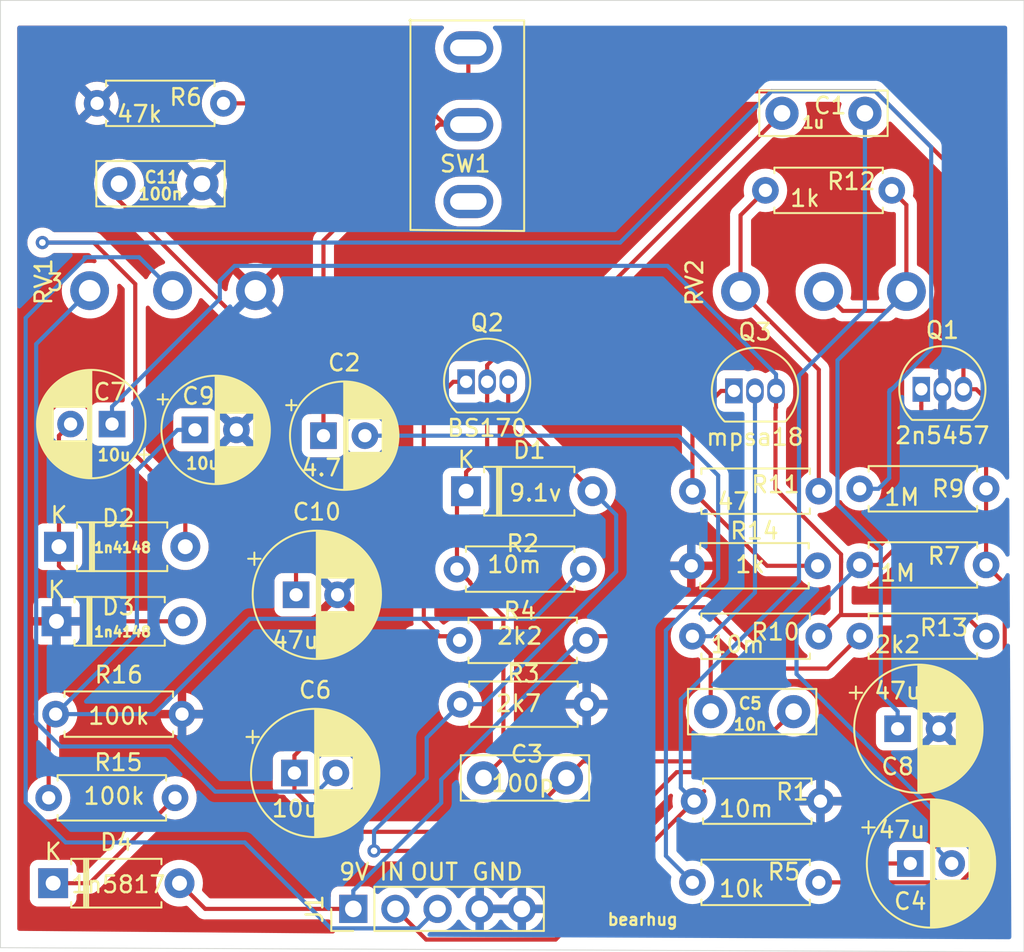
<source format=kicad_pcb>
(kicad_pcb (version 20221018) (generator pcbnew)
  (layers (0 "F.Cu" signal) (31 "B.Cu" signal) (34 "B.Paste" user) (35 "F.Paste" user) (36 "B.SilkS" user "B.Silkscreen") (37 "F.SilkS" user "F.Silkscreen") (38 "B.Mask" user) (39 "F.Mask" user) (44 "Edge.Cuts" user))
  (net 0 "")
  (net 1 "IN")
  (net 2 "Net-(C1-Pad1)")
  (net 3 "Net-(C2-Pad2)")
  (net 4 "Net-(C2-Pad1)")
  (net 5 "Net-(C3-Pad2)")
  (net 6 "Net-(C4-Pad2)")
  (net 7 "Net-(C4-Pad1)")
  (net 8 "Net-(C5-Pad2)")
  (net 9 "Net-(C6-Pad2)")
  (net 10 "Net-(C7-Pad2)")
  (net 11 "Net-(C7-Pad1)")
  (net 12 "GND")
  (net 13 "Net-(C8-Pad1)")
  (net 14 "VB")
  (net 15 "9v")
  (net 16 "Net-(D2-Pad2)")
  (net 17 "Net-(D4-Pad1)")
  (net 18 "OUT")
  (net 19 "Net-(Q1-Pad3)")
  (net 20 "Net-(Q3-Pad1)")
  (net 21 "Net-(R11-Pad2)")
  (net 22 "Net-(C10-Pad1)")
  (footprint "Capacitor_THT:C_Disc_D7.5mm_W2.5mm_P5.00mm" (layer "F.Cu") (at 156.35 47.45)
    (fp_text reference "C1" (at 2.908 -0.46) (layer "F.SilkS"))
    (fp_text value "1u" (at 1.892 0.556) (layer "F.SilkS") (effects (font (size 0.7 0.7))))
    (pad "1" thru_hole circle (at 0 0) (size 2 2) (drill 1) (layers "*.Cu" "*.Mask") (net 2 "Net-(C1-Pad1)"))
    (pad "2" thru_hole circle (at 5 0) (size 2 2) (drill 1) (layers "*.Cu" "*.Mask") (net 1 "IN"))
  )
  (footprint "Capacitor_THT:CP_Radial_D6.3mm_P2.50mm" (layer "F.Cu") (at 128.7 66.9)
    (fp_text reference "C2" (at 1.25 -4.4) (layer "F.SilkS"))
    (fp_text value "4.7u" (at 0.332 1.934) (layer "F.SilkS"))
    (pad "1" thru_hole rect (at 0 0) (size 1.6 1.6) (drill 0.8) (layers "*.Cu" "*.Mask") (net 4 "Net-(C2-Pad1)"))
    (pad "2" thru_hole circle (at 2.5 0) (size 1.6 1.6) (drill 0.8) (layers "*.Cu" "*.Mask") (net 3 "Net-(C2-Pad2)"))
  )
  (footprint "Capacitor_THT:C_Disc_D7.5mm_W2.5mm_P5.00mm" (layer "F.Cu") (at 138.35 87.55)
    (fp_text reference "C3" (at 2.62 -1.444) (layer "F.SilkS"))
    (fp_text value "100p" (at 2.366 0.334) (layer "F.SilkS"))
    (pad "1" thru_hole circle (at 0 0) (size 2 2) (drill 1) (layers "*.Cu" "*.Mask") (net 2 "Net-(C1-Pad1)"))
    (pad "2" thru_hole circle (at 5 0) (size 2 2) (drill 1) (layers "*.Cu" "*.Mask") (net 5 "Net-(C3-Pad2)"))
  )
  (footprint "Capacitor_THT:CP_Radial_D7.5mm_P2.50mm" (layer "F.Cu") (at 164.084 92.71)
    (fp_text reference "C4" (at 0 2.286) (layer "F.SilkS"))
    (fp_text value "47u" (at -0.508 -2.032) (layer "F.SilkS"))
    (pad "1" thru_hole rect (at 0 0) (size 1.6 1.6) (drill 0.8) (layers "*.Cu" "*.Mask") (net 7 "Net-(C4-Pad1)"))
    (pad "2" thru_hole circle (at 2.5 0) (size 1.6 1.6) (drill 0.8) (layers "*.Cu" "*.Mask") (net 6 "Net-(C4-Pad2)"))
  )
  (footprint "Capacitor_THT:CP_Radial_D7.5mm_P2.50mm" (layer "F.Cu") (at 126.95 87.25)
    (fp_text reference "C6" (at 1.25 -5) (layer "F.SilkS"))
    (fp_text value "10u" (at 0.05 2.158) (layer "F.SilkS"))
    (pad "1" thru_hole rect (at 0 0) (size 1.6 1.6) (drill 0.8) (layers "*.Cu" "*.Mask") (net 5 "Net-(C3-Pad2)"))
    (pad "2" thru_hole circle (at 2.5 0) (size 1.6 1.6) (drill 0.8) (layers "*.Cu" "*.Mask") (net 9 "Net-(C6-Pad2)"))
  )
  (footprint "Capacitor_THT:CP_Radial_D6.3mm_P2.50mm" (layer "F.Cu") (at 115.95 66.2 180)
    (fp_text reference "C7" (at 0.126 1.938) (layer "F.SilkS"))
    (fp_text value "10u" (at -0.128 -1.872) (layer "F.SilkS") (effects (font (size 0.7 0.7))))
    (pad "1" thru_hole rect (at 0 0 180) (size 1.6 1.6) (drill 0.8) (layers "*.Cu" "*.Mask") (net 11 "Net-(C7-Pad1)"))
    (pad "2" thru_hole circle (at 2.5 0 180) (size 1.6 1.6) (drill 0.8) (layers "*.Cu" "*.Mask") (net 10 "Net-(C7-Pad2)"))
  )
  (footprint "Capacitor_THT:CP_Radial_D7.5mm_P2.50mm" (layer "F.Cu") (at 163.322 84.582)
    (fp_text reference "C8" (at 0 2.286) (layer "F.SilkS"))
    (fp_text value "47u" (at 0 -2.286) (layer "F.SilkS"))
    (pad "1" thru_hole rect (at 0 0) (size 1.6 1.6) (drill 0.8) (layers "*.Cu" "*.Mask") (net 13 "Net-(C8-Pad1)"))
    (pad "2" thru_hole circle (at 2.5 0) (size 1.6 1.6) (drill 0.8) (layers "*.Cu" "*.Mask") (net 12 "GND"))
  )
  (footprint "Capacitor_THT:CP_Radial_D6.3mm_P2.50mm" (layer "F.Cu") (at 120.95 66.55)
    (fp_text reference "C9" (at 0.208 -2.034) (layer "F.SilkS"))
    (fp_text value "10u" (at 0.462 2.03) (layer "F.SilkS") (effects (font (size 0.7 0.7))))
    (pad "1" thru_hole rect (at 0 0) (size 1.6 1.6) (drill 0.8) (layers "*.Cu" "*.Mask") (net 14 "VB"))
    (pad "2" thru_hole circle (at 2.5 0) (size 1.6 1.6) (drill 0.8) (layers "*.Cu" "*.Mask") (net 12 "GND"))
  )
  (footprint "Capacitor_THT:CP_Radial_D7.5mm_P2.50mm" (layer "F.Cu") (at 127.05 76.5)
    (fp_text reference "C10" (at 1.25 -5) (layer "F.SilkS"))
    (fp_text value "47u" (at -0.05 2.748) (layer "F.SilkS"))
    (pad "1" thru_hole rect (at 0 0) (size 1.6 1.6) (drill 0.8) (layers "*.Cu" "*.Mask") (net 22 "Net-(C10-Pad1)"))
    (pad "2" thru_hole circle (at 2.5 0) (size 1.6 1.6) (drill 0.8) (layers "*.Cu" "*.Mask") (net 12 "GND"))
  )
  (footprint "Capacitor_THT:C_Disc_D7.5mm_W2.5mm_P5.00mm" (layer "F.Cu") (at 116.372 51.7)
    (fp_text reference "C11" (at 2.572 -0.392) (layer "F.SilkS") (effects (font (size 0.7 0.7))))
    (fp_text value "100n" (at 2.5 0.624) (layer "F.SilkS") (effects (font (size 0.7 0.7))))
    (pad "1" thru_hole circle (at 0 0) (size 2 2) (drill 1) (layers "*.Cu" "*.Mask") (net 22 "Net-(C10-Pad1)"))
    (pad "2" thru_hole circle (at 5 0) (size 2 2) (drill 1) (layers "*.Cu" "*.Mask") (net 12 "GND"))
  )
  (footprint "Diode_THT:D_A-405_P7.62mm_Horizontal" (layer "F.Cu") (at 137.3 70.25)
    (fp_text reference "D1" (at 3.81 -2.47) (layer "F.SilkS"))
    (fp_text value "9.1v" (at 4.178 0.108) (layer "F.SilkS"))
    (fp_text user "K" (at 0 -1.9) (layer "F.SilkS"))
    (pad "1" thru_hole rect (at 0 0) (size 1.8 1.8) (drill 0.9) (layers "*.Cu" "*.Mask") (net 2 "Net-(C1-Pad1)"))
    (pad "2" thru_hole oval (at 7.62 0) (size 1.8 1.8) (drill 0.9) (layers "*.Cu" "*.Mask") (net 7 "Net-(C4-Pad1)"))
  )
  (footprint "Diode_THT:D_A-405_P7.62mm_Horizontal" (layer "F.Cu") (at 112.75 73.6)
    (fp_text reference "D2" (at 3.582 -1.718) (layer "F.SilkS"))
    (fp_text value "1n4148" (at 3.836 0.06) (layer "F.SilkS") (effects (font (size 0.6 0.6))))
    (fp_text user "K" (at 0 -1.9) (layer "F.SilkS"))
    (pad "1" thru_hole rect (at 0 0) (size 1.8 1.8) (drill 0.9) (layers "*.Cu" "*.Mask") (net 10 "Net-(C7-Pad2)"))
    (pad "2" thru_hole oval (at 7.62 0) (size 1.8 1.8) (drill 0.9) (layers "*.Cu" "*.Mask") (net 16 "Net-(D2-Pad2)"))
  )
  (footprint "Diode_THT:D_A-405_P7.62mm_Horizontal" (layer "F.Cu") (at 112.6 78.1)
    (fp_text reference "D3" (at 3.732 -0.884) (layer "F.SilkS"))
    (fp_text value "1n4148" (at 3.986 0.64) (layer "F.SilkS") (effects (font (size 0.6 0.6))))
    (fp_text user "K" (at 0 -1.9) (layer "F.SilkS"))
    (pad "1" thru_hole rect (at 0 0) (size 1.8 1.8) (drill 0.9) (layers "*.Cu" "*.Mask") (net 12 "GND"))
    (pad "2" thru_hole oval (at 7.62 0) (size 1.8 1.8) (drill 0.9) (layers "*.Cu" "*.Mask") (net 10 "Net-(C7-Pad2)"))
  )
  (footprint "Diode_THT:D_A-405_P7.62mm_Horizontal" (layer "F.Cu") (at 112.4 93.9)
    (fp_text reference "D4" (at 3.81 -2.47) (layer "F.SilkS"))
    (fp_text value "1n5817" (at 3.932 0.08) (layer "F.SilkS"))
    (fp_text user "K" (at 0 -1.9) (layer "F.SilkS"))
    (pad "1" thru_hole rect (at 0 0) (size 1.8 1.8) (drill 0.9) (layers "*.Cu" "*.Mask") (net 17 "Net-(D4-Pad1)"))
    (pad "2" thru_hole oval (at 7.62 0) (size 1.8 1.8) (drill 0.9) (layers "*.Cu" "*.Mask") (net 15 "9v"))
  )
  (footprint "Connector_PinHeader_2.54mm:PinHeader_1x05_P2.54mm_Vertical" (layer "F.Cu") (at 130.5 95.45 90)
    (fp_text reference "J1" (at 0 -2.33 90) (layer "F.SilkS"))
    (fp_text value "Conn_01x05" hide)
    (pad "1" thru_hole rect (at 0 0 90) (size 1.7 1.7) (drill 1) (layers "*.Cu" "*.Mask") (net 15 "9v"))
    (pad "2" thru_hole oval (at 0 2.54 90) (size 1.7 1.7) (drill 1) (layers "*.Cu" "*.Mask") (net 1 "IN"))
    (pad "3" thru_hole oval (at 0 5.08 90) (size 1.7 1.7) (drill 1) (layers "*.Cu" "*.Mask") (net 18 "OUT"))
    (pad "4" thru_hole oval (at 0 7.62 90) (size 1.7 1.7) (drill 1) (layers "*.Cu" "*.Mask") (net 12 "GND"))
    (pad "5" thru_hole oval (at 0 10.16 90) (size 1.7 1.7) (drill 1) (layers "*.Cu" "*.Mask") (net 12 "GND"))
  )
  (footprint "Package_TO_SOT_THT:TO-92_Inline" (layer "F.Cu") (at 164.75 64.1)
    (fp_text reference "Q1" (at 1.27 -3.56) (layer "F.SilkS"))
    (fp_text value "2n5457" (at 1.27 2.79) (layer "F.SilkS"))
    (pad "1" thru_hole rect (at 0 0) (size 1.05 1.5) (drill 0.75) (layers "*.Cu" "*.Mask") (net 6 "Net-(C4-Pad2)"))
    (pad "2" thru_hole oval (at 1.27 0) (size 1.05 1.5) (drill 0.75) (layers "*.Cu" "*.Mask") (net 12 "GND"))
    (pad "3" thru_hole oval (at 2.54 0) (size 1.05 1.5) (drill 0.75) (layers "*.Cu" "*.Mask") (net 19 "Net-(Q1-Pad3)"))
  )
  (footprint "Package_TO_SOT_THT:TO-92_Inline" (layer "F.Cu") (at 137.3 63.65)
    (fp_text reference "Q2" (at 1.27 -3.56) (layer "F.SilkS"))
    (fp_text value "BS170" (at 1.27 2.79) (layer "F.SilkS"))
    (pad "1" thru_hole rect (at 0 0) (size 1.05 1.5) (drill 0.75) (layers "*.Cu" "*.Mask") (net 5 "Net-(C3-Pad2)"))
    (pad "2" thru_hole oval (at 1.27 0) (size 1.05 1.5) (drill 0.75) (layers "*.Cu" "*.Mask") (net 2 "Net-(C1-Pad1)"))
    (pad "3" thru_hole oval (at 2.54 0) (size 1.05 1.5) (drill 0.75) (layers "*.Cu" "*.Mask") (net 7 "Net-(C4-Pad1)"))
  )
  (footprint "Package_TO_SOT_THT:TO-92_Inline" (layer "F.Cu") (at 153.45 64.2)
    (fp_text reference "Q3" (at 1.27 -3.56) (layer "F.SilkS"))
    (fp_text value "mpsa18" (at 1.27 2.79) (layer "F.SilkS"))
    (pad "1" thru_hole rect (at 0 0) (size 1.05 1.5) (drill 0.75) (layers "*.Cu" "*.Mask") (net 20 "Net-(Q3-Pad1)"))
    (pad "2" thru_hole oval (at 1.27 0) (size 1.05 1.5) (drill 0.75) (layers "*.Cu" "*.Mask") (net 8 "Net-(C5-Pad2)"))
    (pad "3" thru_hole oval (at 2.54 0) (size 1.05 1.5) (drill 0.75) (layers "*.Cu" "*.Mask") (net 11 "Net-(C7-Pad1)"))
  )
  (footprint "Resistor_THT:R_Axial_DIN0207_L6.3mm_D2.5mm_P7.62mm_Horizontal" (layer "F.Cu") (at 136.75 74.95)
    (fp_text reference "R2" (at 3.966 -1.544) (layer "F.SilkS"))
    (fp_text value "10m" (at 3.458 -0.274) (layer "F.SilkS"))
    (pad "1" thru_hole circle (at 0 0) (size 1.6 1.6) (drill 0.8) (layers "*.Cu" "*.Mask") (net 2 "Net-(C1-Pad1)"))
    (pad "2" thru_hole oval (at 7.62 0) (size 1.6 1.6) (drill 0.8) (layers "*.Cu" "*.Mask") (net 14 "VB"))
  )
  (footprint "Resistor_THT:R_Axial_DIN0207_L6.3mm_D2.5mm_P7.62mm_Horizontal" (layer "F.Cu") (at 136.95 83.1)
    (fp_text reference "R3" (at 3.81 -1.82) (layer "F.SilkS"))
    (fp_text value "2k7" (at 3.512 -0.042) (layer "F.SilkS"))
    (pad "1" thru_hole circle (at 0 0) (size 1.6 1.6) (drill 0.8) (layers "*.Cu" "*.Mask") (net 7 "Net-(C4-Pad1)"))
    (pad "2" thru_hole oval (at 7.62 0) (size 1.6 1.6) (drill 0.8) (layers "*.Cu" "*.Mask") (net 12 "GND"))
  )
  (footprint "Resistor_THT:R_Axial_DIN0207_L6.3mm_D2.5mm_P7.62mm_Horizontal" (layer "F.Cu") (at 144.526 79.248 180)
    (fp_text reference "R4" (at 3.988 1.784) (layer "F.SilkS"))
    (fp_text value "2k2" (at 3.988 0.26) (layer "F.SilkS"))
    (pad "1" thru_hole circle (at 0 0 180) (size 1.6 1.6) (drill 0.8) (layers "*.Cu" "*.Mask") (net 15 "9v"))
    (pad "2" thru_hole oval (at 7.62 0 180) (size 1.6 1.6) (drill 0.8) (layers "*.Cu" "*.Mask") (net 5 "Net-(C3-Pad2)"))
  )
  (footprint "Resistor_THT:R_Axial_DIN0207_L6.3mm_D2.5mm_P7.62mm_Horizontal" (layer "F.Cu") (at 150.95 93.85)
    (fp_text reference "R5" (at 5.514 -0.632) (layer "F.SilkS"))
    (fp_text value "10k" (at 2.974 0.384) (layer "F.SilkS"))
    (pad "1" thru_hole circle (at 0 0) (size 1.6 1.6) (drill 0.8) (layers "*.Cu" "*.Mask") (net 3 "Net-(C2-Pad2)"))
    (pad "2" thru_hole oval (at 7.62 0) (size 1.6 1.6) (drill 0.8) (layers "*.Cu" "*.Mask") (net 19 "Net-(Q1-Pad3)"))
  )
  (footprint "Resistor_THT:R_Axial_DIN0207_L6.3mm_D2.5mm_P7.62mm_Horizontal" (layer "F.Cu") (at 115.05 46.85)
    (fp_text reference "R6" (at 5.346 -0.368) (layer "F.SilkS"))
    (fp_text value "47k" (at 2.552 0.648) (layer "F.SilkS"))
    (pad "1" thru_hole circle (at 0 0) (size 1.6 1.6) (drill 0.8) (layers "*.Cu" "*.Mask") (net 12 "GND"))
    (pad "2" thru_hole oval (at 7.62 0) (size 1.6 1.6) (drill 0.8) (layers "*.Cu" "*.Mask") (net 4 "Net-(C2-Pad1)"))
  )
  (footprint "Resistor_THT:R_Axial_DIN0207_L6.3mm_D2.5mm_P7.62mm_Horizontal" (layer "F.Cu") (at 161.036 74.7)
    (fp_text reference "R7" (at 5.08 -0.532) (layer "F.SilkS"))
    (fp_text value "1M" (at 2.286 0.484) (layer "F.SilkS"))
    (pad "1" thru_hole circle (at 0 0) (size 1.6 1.6) (drill 0.8) (layers "*.Cu" "*.Mask") (net 6 "Net-(C4-Pad2)"))
    (pad "2" thru_hole oval (at 7.62 0) (size 1.6 1.6) (drill 0.8) (layers "*.Cu" "*.Mask") (net 19 "Net-(Q1-Pad3)"))
  )
  (footprint "Resistor_THT:R_Axial_DIN0207_L6.3mm_D2.5mm_P7.62mm_Horizontal" (layer "F.Cu") (at 168.656 70.104 180)
    (fp_text reference "R9" (at 2.286 0) (layer "F.SilkS"))
    (fp_text value "1M" (at 5.08 -0.508) (layer "F.SilkS"))
    (pad "1" thru_hole circle (at 0 0 180) (size 1.6 1.6) (drill 0.8) (layers "*.Cu" "*.Mask") (net 19 "Net-(Q1-Pad3)"))
    (pad "2" thru_hole oval (at 7.62 0 180) (size 1.6 1.6) (drill 0.8) (layers "*.Cu" "*.Mask") (net 16 "Net-(D2-Pad2)"))
  )
  (footprint "Resistor_THT:R_Axial_DIN0207_L6.3mm_D2.5mm_P7.62mm_Horizontal" (layer "F.Cu") (at 150.95 79)
    (fp_text reference "R10" (at 5.006 -0.26) (layer "F.SilkS"))
    (fp_text value "10m" (at 2.72 0.502) (layer "F.SilkS"))
    (pad "1" thru_hole circle (at 0 0) (size 1.6 1.6) (drill 0.8) (layers "*.Cu" "*.Mask") (net 8 "Net-(C5-Pad2)"))
    (pad "2" thru_hole oval (at 7.62 0) (size 1.6 1.6) (drill 0.8) (layers "*.Cu" "*.Mask") (net 11 "Net-(C7-Pad1)"))
  )
  (footprint "Resistor_THT:R_Axial_DIN0207_L6.3mm_D2.5mm_P7.62mm_Horizontal" (layer "F.Cu") (at 150.95 70.25)
    (fp_text reference "R11" (at 5.006 -0.4) (layer "F.SilkS"))
    (fp_text value "47" (at 2.466 0.616) (layer "F.SilkS"))
    (pad "1" thru_hole circle (at 0 0) (size 1.6 1.6) (drill 0.8) (layers "*.Cu" "*.Mask") (net 20 "Net-(Q3-Pad1)"))
    (pad "2" thru_hole oval (at 7.62 0) (size 1.6 1.6) (drill 0.8) (layers "*.Cu" "*.Mask") (net 21 "Net-(R11-Pad2)"))
  )
  (footprint "Resistor_THT:R_Axial_DIN0207_L6.3mm_D2.5mm_P7.62mm_Horizontal" (layer "F.Cu") (at 155.35 52.1)
    (fp_text reference "R12" (at 5.178 -0.538) (layer "F.SilkS"))
    (fp_text value "1k" (at 2.384 0.478) (layer "F.SilkS"))
    (pad "1" thru_hole circle (at 0 0) (size 1.6 1.6) (drill 0.8) (layers "*.Cu" "*.Mask") (net 21 "Net-(R11-Pad2)"))
    (pad "2" thru_hole oval (at 7.62 0) (size 1.6 1.6) (drill 0.8) (layers "*.Cu" "*.Mask") (net 13 "Net-(C8-Pad1)"))
  )
  (footprint "Resistor_THT:R_Axial_DIN0207_L6.3mm_D2.5mm_P7.62mm_Horizontal" (layer "F.Cu") (at 161.036 78.994)
    (fp_text reference "R13" (at 5.08 -0.508) (layer "F.SilkS"))
    (fp_text value "2k2" (at 2.286 0.508) (layer "F.SilkS"))
    (pad "1" thru_hole circle (at 0 0) (size 1.6 1.6) (drill 0.8) (layers "*.Cu" "*.Mask") (net 15 "9v"))
    (pad "2" thru_hole oval (at 7.62 0) (size 1.6 1.6) (drill 0.8) (layers "*.Cu" "*.Mask") (net 11 "Net-(C7-Pad1)"))
  )
  (footprint "Resistor_THT:R_Axial_DIN0207_L6.3mm_D2.5mm_P7.62mm_Horizontal" (layer "F.Cu") (at 119.75 88.75 180)
    (fp_text reference "R15" (at 3.418 2.136) (layer "F.SilkS"))
    (fp_text value "100k" (at 3.672 0.104) (layer "F.SilkS"))
    (pad "1" thru_hole circle (at 0 0 180) (size 1.6 1.6) (drill 0.8) (layers "*.Cu" "*.Mask") (net 17 "Net-(D4-Pad1)"))
    (pad "2" thru_hole oval (at 7.62 0 180) (size 1.6 1.6) (drill 0.8) (layers "*.Cu" "*.Mask") (net 14 "VB"))
  )
  (footprint "Resistor_THT:R_Axial_DIN0207_L6.3mm_D2.5mm_P7.62mm_Horizontal" (layer "F.Cu") (at 112.55 83.7)
    (fp_text reference "R16" (at 3.81 -2.37) (layer "F.SilkS"))
    (fp_text value "100k" (at 3.81 0.12) (layer "F.SilkS"))
    (pad "1" thru_hole circle (at 0 0) (size 1.6 1.6) (drill 0.8) (layers "*.Cu" "*.Mask") (net 14 "VB"))
    (pad "2" thru_hole oval (at 7.62 0) (size 1.6 1.6) (drill 0.8) (layers "*.Cu" "*.Mask") (net 12 "GND"))
  )
  (footprint "pedals:Pot_Underside" (layer "F.Cu") (at 124.6 58.15 90)
    (fp_text reference "RV1" (at 0.538 -12.774 90) (layer "F.SilkS"))
    (fp_text value "10ka")
    (pad "1" thru_hole circle (at 0 0 90) (size 2.34 2.34) (drill 1.3) (layers "*.Cu" "*.Mask") (net 12 "GND"))
    (pad "2" thru_hole circle (at 0 -5 90) (size 2.34 2.34) (drill 1.3) (layers "*.Cu" "*.Mask") (net 18 "OUT"))
    (pad "3" thru_hole circle (at 0 -10 90) (size 2.34 2.34) (drill 1.3) (layers "*.Cu" "*.Mask") (net 9 "Net-(C6-Pad2)"))
  )
  (footprint "pedals:Pot_Underside" (layer "F.Cu") (at 163.85 58.2 90)
    (fp_text reference "RV2" (at 0.538 -12.774 90) (layer "F.SilkS"))
    (fp_text value "1kb")
    (pad "1" thru_hole circle (at 0 0 90) (size 2.34 2.34) (drill 1.3) (layers "*.Cu" "*.Mask") (net 13 "Net-(C8-Pad1)"))
    (pad "2" thru_hole circle (at 0 -5 90) (size 2.34 2.34) (drill 1.3) (layers "*.Cu" "*.Mask") (net 13 "Net-(C8-Pad1)"))
    (pad "3" thru_hole circle (at 0 -10 90) (size 2.34 2.34) (drill 1.3) (layers "*.Cu" "*.Mask") (net 21 "Net-(R11-Pad2)"))
  )
  (footprint "pedal_project:SWITCH-M1-SPDT" (layer "F.Cu") (at 137.5 54.55)
    (fp_text reference "SW1" (at -0.25 -4.05) (layer "F.SilkS"))
    (fp_text value "SW_SPST" hide)
    (pad "1" thru_hole oval (at -0.0635 -11.049) (size 3 2) (drill oval 2.2 1) (layers "*.Cu" "*.Mask") (net 19 "Net-(Q1-Pad3)"))
    (pad "2" thru_hole oval (at -0.0635 -6.4135) (size 3 2) (drill oval 2.2 1) (layers "*.Cu" "*.Mask") (net 4 "Net-(C2-Pad1)"))
    (pad "3" thru_hole oval (at -0.0635 -1.778) (size 3 2) (drill oval 2.2 1) (layers "*.Cu" "*.Mask"))
  )
  (footprint "Resistor_THT:R_Axial_DIN0207_L6.3mm_D2.5mm_P7.62mm_Horizontal" (layer "F.Cu") (at 151.05 88.95)
    (fp_text reference "R1" (at 5.922 -0.558) (layer "F.SilkS"))
    (fp_text value "10m" (at 3.128 0.458) (layer "F.SilkS"))
    (pad "1" thru_hole circle (at 0 0) (size 1.6 1.6) (drill 0.8) (layers "*.Cu" "*.Mask") (net 1 "IN"))
    (pad "2" thru_hole oval (at 7.62 0) (size 1.6 1.6) (drill 0.8) (layers "*.Cu" "*.Mask") (net 12 "GND"))
  )
  (footprint "Resistor_THT:R_Axial_DIN0207_L6.3mm_D2.5mm_P7.62mm_Horizontal" (layer "F.Cu") (at 158.5 74.75 180)
    (fp_text reference "R14" (at 3.814 2.106) (layer "F.SilkS"))
    (fp_text value "1k" (at 4.068 0.074) (layer "F.SilkS"))
    (pad "1" thru_hole circle (at 0 0 180) (size 1.6 1.6) (drill 0.8) (layers "*.Cu" "*.Mask") (net 20 "Net-(Q3-Pad1)"))
    (pad "2" thru_hole oval (at 7.62 0 180) (size 1.6 1.6) (drill 0.8) (layers "*.Cu" "*.Mask") (net 12 "GND"))
  )
  (footprint "Capacitor_THT:C_Disc_D7.5mm_W2.5mm_P5.00mm" (layer "F.Cu") (at 157.05 83.55 180)
    (fp_text reference "C5" (at 2.618 0.492) (layer "F.SilkS") (effects (font (size 0.7 0.7))))
    (fp_text value "10n" (at 2.618 -0.778) (layer "F.SilkS") (effects (font (size 0.7 0.7))))
    (pad "1" thru_hole circle (at 0 0 180) (size 2 2) (drill 1) (layers "*.Cu" "*.Mask") (net 5 "Net-(C3-Pad2)"))
    (pad "2" thru_hole circle (at 5 0 180) (size 2 2) (drill 1) (layers "*.Cu" "*.Mask") (net 8 "Net-(C5-Pad2)"))
  )
  (gr_line (start 170.942 40.64) (end 170.942 98.044) (stroke (width 0.05)) (layer "Edge.Cuts"))
  (gr_line (start 109.22 40.64) (end 170.942 40.64) (stroke (width 0.05)) (layer "Edge.Cuts"))
  (gr_line (start 109.22 97.79) (end 109.22 40.64) (stroke (width 0.05)) (layer "Edge.Cuts"))
  (gr_line (start 170.942 98.044) (end 109.22 97.79) (stroke (width 0.05)) (layer "Edge.Cuts"))
  (gr_text "OUT" (at 135.382 93.218) (layer "F.SilkS") (effects (font (size 1 1))))
  (gr_text "bearhug\n" (at 145.75 96.5) (layer "F.SilkS") (effects (font (size 0.7 0.7)) (justify left bottom)))
  (gr_text "9V" (at 130.556 93.218) (layer "F.SilkS") (effects (font (size 1 1))))
  (gr_text "GND" (at 139.192 93.218) (layer "F.SilkS") (effects (font (size 1 1))))
  (gr_text "3" (at 112.522 57.658) (layer "F.SilkS") (effects (font (size 1 1))))
  (gr_text "IN" (at 132.842 93.218) (layer "F.SilkS") (effects (font (size 1 1))))
  (segment (start 134.89 97.3) (end 142.7 97.3) (width 0.25) (layer "F.Cu") (net 1))
  (segment (start 142.7 97.3) (end 151.65 88.35) (width 0.25) (layer "F.Cu") (net 1))
  (segment (start 151.65 88.35) (end 151.05 88.95) (width 0.25) (layer "F.Cu") (net 1))
  (segment (start 133.04 95.45) (end 134.89 97.3) (width 0.25) (layer "F.Cu") (net 1))
  (segment (start 157.374999 63.275001) (end 161.35 59.3) (width 0.25) (layer "B.Cu") (net 1))
  (segment (start 157.374999 75.675001) (end 157.374999 63.275001) (width 0.25) (layer "B.Cu") (net 1))
  (segment (start 151.05 88.95) (end 150.250001 88.150001) (width 0.25) (layer "B.Cu") (net 1))
  (segment (start 161.35 59.3) (end 161.35 47.45) (width 0.25) (layer "B.Cu") (net 1))
  (segment (start 150.250001 82.799999) (end 157.374999 75.675001) (width 0.25) (layer "B.Cu") (net 1))
  (segment (start 150.250001 88.150001) (end 150.250001 82.799999) (width 0.25) (layer "B.Cu") (net 1))
  (segment (start 145.75 58.05) (end 156.35 47.45) (width 0.25) (layer "F.Cu") (net 2))
  (segment (start 138.57 63.65) (end 138.57 62.65) (width 0.25) (layer "F.Cu") (net 2))
  (segment (start 136.75 70.8) (end 137.3 70.25) (width 0.25) (layer "F.Cu") (net 2))
  (segment (start 139.55 77.8) (end 139.55 86.35) (width 0.25) (layer "F.Cu") (net 2))
  (segment (start 138.57 64.65) (end 138.57 63.65) (width 0.25) (layer "F.Cu") (net 2))
  (segment (start 143.17 58.05) (end 145.75 58.05) (width 0.25) (layer "F.Cu") (net 2))
  (segment (start 137.549999 75.749999) (end 136.75 74.95) (width 0.25) (layer "F.Cu") (net 2))
  (segment (start 138.57 62.65) (end 143.17 58.05) (width 0.25) (layer "F.Cu") (net 2))
  (segment (start 139.55 86.35) (end 138.35 87.55) (width 0.25) (layer "F.Cu") (net 2))
  (segment (start 137.3 69.1) (end 138.57 67.83) (width 0.25) (layer "F.Cu") (net 2))
  (segment (start 138.57 67.83) (end 138.57 64.65) (width 0.25) (layer "F.Cu") (net 2))
  (segment (start 137.549999 75.749999) (end 137.549999 75.799999) (width 0.25) (layer "F.Cu") (net 2))
  (segment (start 137.549999 75.799999) (end 139.55 77.8) (width 0.25) (layer "F.Cu") (net 2))
  (segment (start 137.3 70.25) (end 137.3 69.1) (width 0.25) (layer "F.Cu") (net 2))
  (segment (start 136.75 74.95) (end 136.75 70.8) (width 0.25) (layer "F.Cu") (net 2))
  (segment (start 152.5 69.3) (end 150.1 66.9) (width 0.25) (layer "B.Cu") (net 3))
  (segment (start 150.1 66.9) (end 131.2 66.9) (width 0.25) (layer "B.Cu") (net 3))
  (segment (start 150.95 93.85) (end 149.35 92.25) (width 0.25) (layer "B.Cu") (net 3))
  (segment (start 149.35 92.25) (end 149.35 78.65) (width 0.25) (layer "B.Cu") (net 3))
  (segment (start 152.5 75.5) (end 152.5 69.3) (width 0.25) (layer "B.Cu") (net 3))
  (segment (start 149.35 78.65) (end 152.5 75.5) (width 0.25) (layer "B.Cu") (net 3))
  (segment (start 134.727 46.85) (end 136.0135 48.1365) (width 0.25) (layer "F.Cu") (net 4))
  (segment (start 128.7 55.123) (end 135.6865 48.1365) (width 0.25) (layer "F.Cu") (net 4))
  (segment (start 135.6865 48.1365) (end 136.0135 48.1365) (width 0.25) (layer "F.Cu") (net 4))
  (segment (start 122.67 46.85) (end 134.727 46.85) (width 0.25) (layer "F.Cu") (net 4))
  (segment (start 137 47.45) (end 137 48.55) (width 0.25) (layer "F.Cu") (net 4))
  (segment (start 136.0135 48.1365) (end 137.4365 48.1365) (width 0.25) (layer "F.Cu") (net 4))
  (segment (start 128.7 66.9) (end 128.7 55.123) (width 0.25) (layer "F.Cu") (net 4))
  (segment (start 135.69863 79) (end 134.75 78.05137) (width 0.25) (layer "F.Cu") (net 5))
  (segment (start 129.45 90.8) (end 140.1 90.8) (width 0.25) (layer "F.Cu") (net 5))
  (segment (start 126.95 86.2) (end 126.95 87.25) (width 0.25) (layer "F.Cu") (net 5))
  (segment (start 144.349999 86.550001) (end 153.949999 86.550001) (width 0.25) (layer "F.Cu") (net 5))
  (segment (start 143.35 87.55) (end 144.349999 86.550001) (width 0.25) (layer "F.Cu") (net 5))
  (segment (start 134.75 65.425) (end 136.525 63.65) (width 0.25) (layer "F.Cu") (net 5))
  (segment (start 140.1 90.8) (end 143.35 87.55) (width 0.25) (layer "F.Cu") (net 5))
  (segment (start 134.15 79) (end 126.95 86.2) (width 0.25) (layer "F.Cu") (net 5))
  (segment (start 126.95 88.3) (end 126.95 87.25) (width 0.25) (layer "F.Cu") (net 5))
  (segment (start 155 85.5) (end 157.05 83.55) (width 0.25) (layer "F.Cu") (net 5))
  (segment (start 136.83 79) (end 135.69863 79) (width 0.25) (layer "F.Cu") (net 5))
  (segment (start 153.949999 86.550001) (end 155 85.5) (width 0.25) (layer "F.Cu") (net 5))
  (segment (start 136.525 63.65) (end 137.3 63.65) (width 0.25) (layer "F.Cu") (net 5))
  (segment (start 134.75 78.05137) (end 134.75 65.425) (width 0.25) (layer "F.Cu") (net 5))
  (segment (start 136.83 79) (end 134.15 79) (width 0.25) (layer "F.Cu") (net 5))
  (segment (start 154.45 86.15) (end 155 85.5) (width 0.25) (layer "F.Cu") (net 5))
  (segment (start 126.95 88.3) (end 129.45 90.8) (width 0.25) (layer "F.Cu") (net 5))
  (segment (start 161.036 74.7) (end 162.16737 74.7) (width 0.25) (layer "F.Cu") (net 6))
  (segment (start 164.75 65.1) (end 164.75 64.1) (width 0.25) (layer "F.Cu") (net 6))
  (segment (start 164.75 72.11737) (end 164.75 65.1) (width 0.25) (layer "F.Cu") (net 6))
  (segment (start 162.16737 74.7) (end 164.75 72.11737) (width 0.25) (layer "F.Cu") (net 6))
  (segment (start 165.784001 89.838001) (end 157.226 81.28) (width 0.25) (layer "B.Cu") (net 6))
  (segment (start 166.584 92.71) (end 165.784001 91.910001) (width 0.25) (layer "B.Cu") (net 6))
  (segment (start 157.226 81.28) (end 157.226 78.51) (width 0.25) (layer "B.Cu") (net 6))
  (segment (start 157.226 78.51) (end 161.036 74.7) (width 0.25) (layer "B.Cu") (net 6))
  (segment (start 165.784001 91.910001) (end 165.784001 89.838001) (width 0.25) (layer "B.Cu") (net 6))
  (segment (start 154.256 87.2) (end 150 87.2) (width 0.25) (layer "F.Cu") (net 7))
  (segment (start 154.256 87.2) (end 154.51 87.2) (width 0.25) (layer "F.Cu") (net 7))
  (segment (start 145.25 91.95) (end 131.75 91.95) (width 0.25) (layer "F.Cu") (net 7))
  (segment (start 150 87.2) (end 145.25 91.95) (width 0.25) (layer "F.Cu") (net 7))
  (segment (start 154.6 87.2) (end 154.256 87.2) (width 0.25) (layer "F.Cu") (net 7))
  (segment (start 160.02 92.71) (end 164.084 92.71) (width 0.25) (layer "F.Cu") (net 7))
  (segment (start 154.51 87.2) (end 160.02 92.71) (width 0.25) (layer "F.Cu") (net 7))
  (segment (start 144.92 70.25) (end 139.84 65.17) (width 0.25) (layer "F.Cu") (net 7))
  (segment (start 139.84 65.17) (end 139.84 63.65) (width 0.25) (layer "F.Cu") (net 7))
  (via (at 131.75 91.95) (size 0.8) (drill 0.4) (layers "F.Cu" "B.Cu") (net 7))
  (segment (start 134.925 85.125) (end 136.95 83.1) (width 0.25) (layer "B.Cu") (net 7))
  (segment (start 134.925 87.575) (end 134.925 85.125) (width 0.25) (layer "B.Cu") (net 7))
  (segment (start 146.35 71.68) (end 144.92 70.25) (width 0.25) (layer "B.Cu") (net 7))
  (segment (start 131.75 90.75) (end 134.925 87.575) (width 0.25) (layer "B.Cu") (net 7))
  (segment (start 138.35 83.1) (end 146.35 75.1) (width 0.25) (layer "B.Cu") (net 7))
  (segment (start 131.75 91.95) (end 131.75 90.75) (width 0.25) (layer "B.Cu") (net 7))
  (segment (start 144.92 70.25) (end 145.819999 71.149999) (width 0.25) (layer "B.Cu") (net 7))
  (segment (start 146.35 75.1) (end 146.35 71.68) (width 0.25) (layer "B.Cu") (net 7))
  (segment (start 136.95 83.1) (end 138.35 83.1) (width 0.25) (layer "B.Cu") (net 7))
  (segment (start 152.05 80.1) (end 150.95 79) (width 0.25) (layer "F.Cu") (net 8))
  (segment (start 152.05 83.55) (end 152.05 80.1) (width 0.25) (layer "F.Cu") (net 8))
  (segment (start 154.72 76.36137) (end 154.72 65.2) (width 0.25) (layer "B.Cu") (net 8))
  (segment (start 150.95 79) (end 152.08137 79) (width 0.25) (layer "B.Cu") (net 8))
  (segment (start 154.72 65.2) (end 154.72 64.2) (width 0.25) (layer "B.Cu") (net 8))
  (segment (start 152.08137 79) (end 154.72 76.36137) (width 0.25) (layer "B.Cu") (net 8))
  (segment (start 119.45 85.65) (end 112.834998 85.65) (width 0.25) (layer "B.Cu") (net 9))
  (segment (start 128.324999 88.375001) (end 122.175001 88.375001) (width 0.25) (layer "B.Cu") (net 9))
  (segment (start 111.374999 61.375001) (end 113.430001 59.319999) (width 0.25) (layer "B.Cu") (net 9))
  (segment (start 129.45 87.25) (end 128.324999 88.375001) (width 0.25) (layer "B.Cu") (net 9))
  (segment (start 112.834998 85.65) (end 111.374999 84.190001) (width 0.25) (layer "B.Cu") (net 9))
  (segment (start 111.374999 84.190001) (end 111.374999 61.375001) (width 0.25) (layer "B.Cu") (net 9))
  (segment (start 122.175001 88.375001) (end 119.45 85.65) (width 0.25) (layer "B.Cu") (net 9))
  (segment (start 113.430001 59.319999) (end 114.6 58.15) (width 0.25) (layer "B.Cu") (net 9))
  (segment (start 116.1 78.1) (end 112.75 74.75) (width 0.25) (layer "F.Cu") (net 10))
  (segment (start 112.75 73.6) (end 112.75 66.9) (width 0.25) (layer "F.Cu") (net 10))
  (segment (start 112.75 66.9) (end 113.45 66.2) (width 0.25) (layer "F.Cu") (net 10))
  (segment (start 120.22 78.1) (end 116.1 78.1) (width 0.25) (layer "F.Cu") (net 10))
  (segment (start 112.75 74.75) (end 112.75 73.6) (width 0.25) (layer "F.Cu") (net 10))
  (segment (start 159.910999 74.531001) (end 159.910999 74.312999) (width 0.25) (layer "F.Cu") (net 11))
  (segment (start 167.386 77.724) (end 159.975998 77.724) (width 0.25) (layer "F.Cu") (net 11))
  (segment (start 155.99 65.2) (end 155.956 65.234) (width 0.25) (layer "F.Cu") (net 11))
  (segment (start 158.57 79) (end 159.910999 77.659001) (width 0.25) (layer "F.Cu") (net 11))
  (segment (start 155.99 64.2) (end 155.99 65.2) (width 0.25) (layer "F.Cu") (net 11))
  (segment (start 155.956 65.234) (end 155.956 70.104) (width 0.25) (layer "F.Cu") (net 11))
  (segment (start 159.975998 77.724) (end 159.910999 77.659001) (width 0.25) (layer "F.Cu") (net 11))
  (segment (start 159.910999 77.659001) (end 159.910999 74.531001) (width 0.25) (layer "F.Cu") (net 11))
  (segment (start 168.656 78.994) (end 167.386 77.724) (width 0.25) (layer "F.Cu") (net 11))
  (segment (start 159.910999 74.058999) (end 159.910999 74.531001) (width 0.25) (layer "F.Cu") (net 11))
  (segment (start 155.956 70.104) (end 159.910999 74.058999) (width 0.25) (layer "F.Cu") (net 11))
  (segment (start 155.99 63.2) (end 155.99 64.2) (width 0.25) (layer "B.Cu") (net 11))
  (segment (start 123.345001 56.654999) (end 149.444999 56.654999) (width 0.25) (layer "B.Cu") (net 11))
  (segment (start 115.95 65.15) (end 122.45 58.65) (width 0.25) (layer "B.Cu") (net 11))
  (segment (start 122.45 58.65) (end 122.45 57.55) (width 0.25) (layer "B.Cu") (net 11))
  (segment (start 122.45 57.55) (end 123.345001 56.654999) (width 0.25) (layer "B.Cu") (net 11))
  (segment (start 149.444999 56.654999) (end 155.99 63.2) (width 0.25) (layer "B.Cu") (net 11))
  (segment (start 115.95 66.2) (end 115.95 65.15) (width 0.25) (layer "B.Cu") (net 11))
  (segment (start 112.6 79.25) (end 112.6 78.1) (width 0.25) (layer "F.Cu") (net 12))
  (segment (start 144.57 83.1) (end 145.70137 83.1) (width 0.25) (layer "B.Cu") (net 12))
  (segment (start 138.12 95.45) (end 140.66 95.45) (width 0.25) (layer "B.Cu") (net 12))
  (segment (start 140.66 95.45) (end 140.6 95.45) (width 0.25) (layer "B.Cu") (net 12))
  (segment (start 160.019999 59.369999) (end 162.680001 59.369999) (width 0.25) (layer "F.Cu") (net 13))
  (segment (start 163.85 58.2) (end 163.85 52.98) (width 0.25) (layer "F.Cu") (net 13))
  (segment (start 163.85 52.98) (end 162.97 52.1) (width 0.25) (layer "F.Cu") (net 13))
  (segment (start 158.85 58.2) (end 160.019999 59.369999) (width 0.25) (layer "F.Cu") (net 13))
  (segment (start 162.680001 59.369999) (end 163.85 58.2) (width 0.25) (layer "F.Cu") (net 13))
  (segment (start 162.306 73.66) (end 159.695001 71.049001) (width 0.25) (layer "B.Cu") (net 13))
  (segment (start 162.306 82.516) (end 162.306 73.66) (width 0.25) (layer "B.Cu") (net 13))
  (segment (start 159.695001 62.354999) (end 162.680001 59.369999) (width 0.25) (layer "B.Cu") (net 13))
  (segment (start 163.322 84.582) (end 163.322 83.532) (width 0.25) (layer "B.Cu") (net 13))
  (segment (start 162.680001 59.369999) (end 163.85 58.2) (width 0.25) (layer "B.Cu") (net 13))
  (segment (start 159.695001 71.049001) (end 159.695001 62.354999) (width 0.25) (layer "B.Cu") (net 13))
  (segment (start 163.322 83.532) (end 162.306 82.516) (width 0.25) (layer "B.Cu") (net 13))
  (segment (start 112.13 84.12) (end 112.55 83.7) (width 0.25) (layer "F.Cu") (net 14))
  (segment (start 112.13 88.75) (end 112.13 84.12) (width 0.25) (layer "F.Cu") (net 14))
  (segment (start 118.504998 83.7) (end 113.68137 83.7) (width 0.25) (layer "B.Cu") (net 14))
  (segment (start 144.37 74.95) (end 143.570001 75.749999) (width 0.25) (layer "B.Cu") (net 14))
  (segment (start 143.570001 75.749999) (end 143.570001 75.779999) (width 0.25) (layer "B.Cu") (net 14))
  (segment (start 117.45 69) (end 119.9 66.55) (width 0.25) (layer "B.Cu") (net 14))
  (segment (start 141.4 77.95) (end 124.254998 77.95) (width 0.25) (layer "B.Cu") (net 14))
  (segment (start 124.254998 77.95) (end 118.504998 83.7) (width 0.25) (layer "B.Cu") (net 14))
  (segment (start 119.9 66.55) (end 120.95 66.55) (width 0.25) (layer "B.Cu") (net 14))
  (segment (start 113.68137 83.7) (end 112.55 83.7) (width 0.25) (layer "B.Cu") (net 14))
  (segment (start 117.45 78.8) (end 117.45 69) (width 0.25) (layer "B.Cu") (net 14))
  (segment (start 112.55 83.7) (end 117.45 78.8) (width 0.25) (layer "B.Cu") (net 14))
  (segment (start 143.570001 75.779999) (end 141.4 77.95) (width 0.25) (layer "B.Cu") (net 14))
  (segment (start 147.9 77.25) (end 151.65 77.25) (width 0.25) (layer "F.Cu") (net 15))
  (segment (start 159.08 80.95) (end 161.036 78.994) (width 0.25) (layer "F.Cu") (net 15))
  (segment (start 146.15 79) (end 147.9 77.25) (width 0.25) (layer "F.Cu") (net 15))
  (segment (start 121.57 95.45) (end 120.02 93.9) (width 0.25) (layer "F.Cu") (net 15))
  (segment (start 130.5 95.45) (end 121.57 95.45) (width 0.25) (layer "F.Cu") (net 15))
  (segment (start 144.45 79) (end 146.15 79) (width 0.25) (layer "F.Cu") (net 15))
  (segment (start 151.65 77.25) (end 155.35 80.95) (width 0.25) (layer "F.Cu") (net 15))
  (segment (start 155.35 80.95) (end 159.08 80.95) (width 0.25) (layer "F.Cu") (net 15))
  (segment (start 135.8 87.65) (end 144.45 79) (width 0.25) (layer "B.Cu") (net 15))
  (segment (start 135.8 89.05) (end 135.8 87.65) (width 0.25) (layer "B.Cu") (net 15))
  (segment (start 130.5 94.35) (end 135.8 89.05) (width 0.25) (layer "B.Cu") (net 15))
  (segment (start 130.5 95.45) (end 130.5 94.35) (width 0.25) (layer "B.Cu") (net 15))
  (segment (start 117.35 57.75) (end 117.35 68.05) (width 0.25) (layer "F.Cu") (net 16))
  (segment (start 111.75 55.25) (end 114.85 55.25) (width 0.25) (layer "F.Cu") (net 16))
  (segment (start 117.35 68.05) (end 120.37 71.07) (width 0.25) (layer "F.Cu") (net 16))
  (segment (start 114.85 55.25) (end 117.35 57.75) (width 0.25) (layer "F.Cu") (net 16))
  (segment (start 120.37 71.07) (end 120.37 73.6) (width 0.25) (layer "F.Cu") (net 16))
  (via (at 111.75 55.25) (size 0.8) (drill 0.4) (layers "F.Cu" "B.Cu") (net 16))
  (segment (start 161.036 70.104) (end 162.16737 70.104) (width 0.25) (layer "B.Cu") (net 16))
  (segment (start 146.588998 55.25) (end 155.713999 46.124999) (width 0.25) (layer "B.Cu") (net 16))
  (segment (start 163.068 64.008) (end 162.83 64.159998) (width 0.25) (layer "B.Cu") (net 16))
  (segment (start 161.986001 46.124999) (end 165.345001 49.483999) (width 0.25) (layer "B.Cu") (net 16))
  (segment (start 155.713999 46.124999) (end 161.986001 46.124999) (width 0.25) (layer "B.Cu") (net 16))
  (segment (start 162.814 64.262) (end 163.068 64.008) (width 0.25) (layer "B.Cu") (net 16))
  (segment (start 162.814 69.45737) (end 162.814 64.262) (width 0.25) (layer "B.Cu") (net 16))
  (segment (start 165.345001 49.483999) (end 165.345001 61.644997) (width 0.25) (layer "B.Cu") (net 16))
  (segment (start 165.345001 61.644997) (end 163.068 64.008) (width 0.25) (layer "B.Cu") (net 16))
  (segment (start 162.16737 70.104) (end 162.814 69.45737) (width 0.25) (layer "B.Cu") (net 16))
  (segment (start 111.75 55.25) (end 146.588998 55.25) (width 0.25) (layer "B.Cu") (net 16))
  (segment (start 114.6 93.9) (end 119.75 88.75) (width 0.25) (layer "F.Cu") (net 17))
  (segment (start 112.4 93.9) (end 114.6 93.9) (width 0.25) (layer "F.Cu") (net 17))
  (segment (start 110.744 59.793398) (end 114.403398 56.134) (width 0.25) (layer "B.Cu") (net 18))
  (segment (start 114.554 56.134) (end 114.3 56.134) (width 0.25) (layer "B.Cu") (net 18))
  (segment (start 119.6 58.15) (end 117.584 56.134) (width 0.25) (layer "B.Cu") (net 18))
  (segment (start 129.137001 96.625001) (end 123.952 91.44) (width 0.25) (layer "B.Cu") (net 18))
  (segment (start 117.584 56.134) (end 114.554 56.134) (width 0.25) (layer "B.Cu") (net 18))
  (segment (start 135.58 95.45) (end 134.404999 96.625001) (width 0.25) (layer "B.Cu") (net 18))
  (segment (start 134.404999 96.625001) (end 129.137001 96.625001) (width 0.25) (layer "B.Cu") (net 18))
  (segment (start 114.403398 56.134) (end 114.554 56.134) (width 0.25) (layer "B.Cu") (net 18))
  (segment (start 110.744 89.029002) (end 110.744 59.793398) (width 0.25) (layer "B.Cu") (net 18))
  (segment (start 123.952 91.44) (end 113.154998 91.44) (width 0.25) (layer "B.Cu") (net 18))
  (segment (start 113.154998 91.44) (end 110.744 89.029002) (width 0.25) (layer "B.Cu") (net 18))
  (segment (start 168.065 64.1) (end 167.29 64.1) (width 0.25) (layer "F.Cu") (net 19))
  (segment (start 161.986001 46.124999) (end 138.325001 46.124999) (width 0.25) (layer "F.Cu") (net 19))
  (segment (start 158.57 93.85) (end 167.109002 93.85) (width 0.25) (layer "F.Cu") (net 19))
  (segment (start 167.109002 93.85) (end 169.781001 91.178001) (width 0.25) (layer "F.Cu") (net 19))
  (segment (start 167.29 64.1) (end 167.29 51.428998) (width 0.25) (layer "F.Cu") (net 19))
  (segment (start 169.781001 75.825001) (end 168.656 74.7) (width 0.25) (layer "F.Cu") (net 19))
  (segment (start 168.656 64.691) (end 168.065 64.1) (width 0.25) (layer "F.Cu") (net 19))
  (segment (start 167.29 51.428998) (end 161.986001 46.124999) (width 0.25) (layer "F.Cu") (net 19))
  (segment (start 137.4365 45.236498) (end 137.4365 43.501) (width 0.25) (layer "F.Cu") (net 19))
  (segment (start 169.781001 91.178001) (end 169.781001 75.825001) (width 0.25) (layer "F.Cu") (net 19))
  (segment (start 138.325001 46.124999) (end 137.4365 45.236498) (width 0.25) (layer "F.Cu") (net 19))
  (segment (start 168.656 70.104) (end 168.656 64.691) (width 0.25) (layer "F.Cu") (net 19))
  (segment (start 168.656 74.7) (end 168.656 70.104) (width 0.25) (layer "F.Cu") (net 19))
  (segment (start 155.45 74.75) (end 150.95 70.25) (width 0.25) (layer "F.Cu") (net 20))
  (segment (start 150.95 65.925) (end 152.675 64.2) (width 0.25) (layer "F.Cu") (net 20))
  (segment (start 152.675 64.2) (end 153.45 64.2) (width 0.25) (layer "F.Cu") (net 20))
  (segment (start 150.95 70.25) (end 150.95 65.925) (width 0.25) (layer "F.Cu") (net 20))
  (segment (start 158.5 74.75) (end 155.45 74.75) (width 0.25) (layer "F.Cu") (net 20))
  (segment (start 158.57 62.92) (end 153.85 58.2) (width 0.25) (layer "F.Cu") (net 21))
  (segment (start 153.85 58.2) (end 153.85 53.6) (width 0.25) (layer "F.Cu") (net 21))
  (segment (start 158.57 70.25) (end 158.57 62.92) (width 0.25) (layer "F.Cu") (net 21))
  (segment (start 153.85 53.6) (end 155.35 52.1) (width 0.25) (layer "F.Cu") (net 21))
  (segment (start 116.3 51.7) (end 116.3 52.637398) (width 0.25) (layer "F.Cu") (net 22))
  (segment (start 127.05 76.5) (end 127 65.278) (width 0.25) (layer "F.Cu") (net 22))
  (segment (start 116.3 52.637398) (end 127 63.337398) (width 0.25) (layer "F.Cu") (net 22))
  (segment (start 127 63.337398) (end 127 65.278) (width 0.25) (layer "F.Cu") (net 22))
  (segment (start 127 65.278) (end 127.05 65.05) (width 0.25) (layer "F.Cu") (net 22))
  (zone (net 12) (net_name "GND") (layer "F.Cu") (connect_pads (clearance 0.508)) (min_thickness 0.254) (fill yes (thermal_gap 0.508) (thermal_bridge_width 0.508))
    (polygon (pts (xy 170.434 97.282) (xy 110.236 96.774) (xy 110.236 42.164) (xy 169.926 42.164)))
  )
  (zone (net 12) (net_name "GND") (layer "B.Cu") (connect_pads (clearance 0.508)) (min_thickness 0.254) (fill yes (thermal_gap 0.508) (thermal_bridge_width 0.508))
    (polygon (pts (xy 170.18 97.282) (xy 110.236 97.028) (xy 110.236 42.164) (xy 169.926 42.164)))
  )
)
</source>
